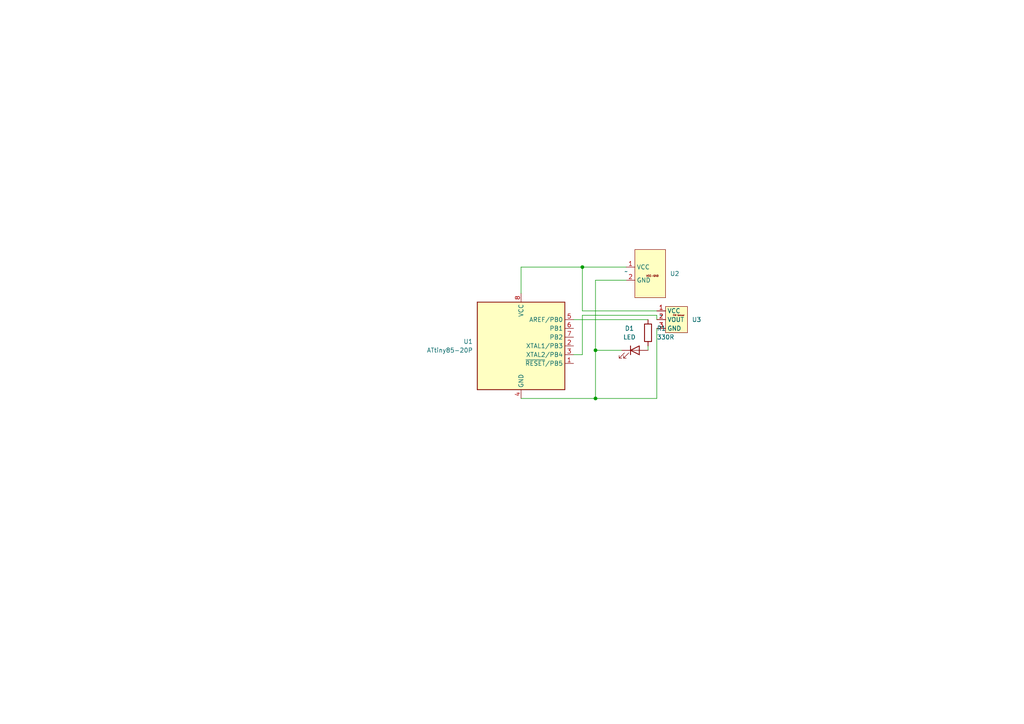
<source format=kicad_sch>
(kicad_sch (version 20230121) (generator eeschema)
  (paper "A4")
  (lib_symbols
    (symbol "Custom_Symbol_Lib:PIR_Sensor"
      (property "Reference" "U" (at -10.16 -1.27 0))
      (symbol "PIR_Sensor_1_1"
        (rectangle (start 1.27 2.54) (end 7.62 -5.08) (fill (type background)))
        (text "PIR Sensor" (at 5.08 0 0) (effects (font (size 0.4 0.4))))
        (pin power_in line (at -1.27 1.27 0) (length 2.54) (name "VCC") (number "1"))
        (pin output line (at -1.27 -1.27 0) (length 2.54) (name "VOUT") (number "2"))
        (pin power_out line (at -1.27 -3.81 0) (length 2.54) (name "GND") (number "3"))
      )
    )
    (symbol "Custom_Symbol_Lib:Power-Source"
      (property "Reference" "U" (at 0 0 0))
      (symbol "Power-Source_1_1"
        (rectangle (start 2.54 6.35) (end 11.43 -7.62) (fill (type background)))
        (text "VCC-GND" (at 7.62 -1.27 0) (effects (font (size 0.5 0.5))))
        (pin power_in line (at 0 1.27 0) (length 2.54) (name "VCC") (number "1"))
        (pin power_out line (at 0 -2.54 0) (length 2.54) (name "GND") (number "2"))
      )
    )
    (symbol "Device:LED" (pin_numbers hide) (pin_names (offset 1.016) hide)
      (property "Reference" "D" (at 0 2.54 0))
      (property "Value" "LED" (at 0 -2.54 0))
      (symbol "LED_0_1"
        (polyline (pts (xy -1.27 -1.27) (xy -1.27 1.27)) (stroke (width 0.254)))
        (polyline (pts (xy -1.27 0) (xy 1.27 0)))
        (polyline (pts (xy 1.27 -1.27) (xy 1.27 1.27) (xy -1.27 0) (xy 1.27 -1.27)) (stroke (width 0.254)))
        (polyline (pts (xy -3.048 -0.762) (xy -4.572 -2.286) (xy -3.81 -2.286) (xy -4.572 -2.286) (xy -4.572 -1.524)))
        (polyline (pts (xy -1.778 -0.762) (xy -3.302 -2.286) (xy -2.54 -2.286) (xy -3.302 -2.286) (xy -3.302 -1.524)))
      )
      (symbol "LED_1_1"
        (pin passive line (at -3.81 0 0) (length 2.54) (name "K") (number "1"))
        (pin passive line (at 3.81 0 180) (length 2.54) (name "A") (number "2"))
      )
    )
    (symbol "Device:R" (pin_numbers hide) (pin_names (offset 0))
      (property "Reference" "R" (at 2.032 0 90))
      (property "Value" "R" (at 0 0 90))
      (symbol "R_0_1"
        (rectangle (start -1.016 -2.54) (end 1.016 2.54) (stroke (width 0.254)))
      )
      (symbol "R_1_1"
        (pin passive line (at 0 3.81 270) (length 1.27) (name "~") (number "1"))
        (pin passive line (at 0 -3.81 90) (length 1.27) (name "~") (number "2"))
      )
    )
    (symbol "MCU_Microchip_ATtiny:ATtiny85-20P"
      (property "Reference" "U" (at -12.7 13.97 0))
      (property "Value" "ATtiny85-20P" (at 2.54 -13.97 0))
      (symbol "ATtiny85-20P_0_1"
        (rectangle (start -12.7 -12.7) (end 12.7 12.7) (stroke (width 0.254)) (fill (type background)))
      )
      (symbol "ATtiny85-20P_1_1"
        (pin bidirectional line (at 15.24 -5.08 180) (length 2.54) (name "~{RESET}/PB5") (number "1"))
        (pin bidirectional line (at 15.24 0 180) (length 2.54) (name "XTAL1/PB3") (number "2"))
        (pin bidirectional line (at 15.24 -2.54 180) (length 2.54) (name "XTAL2/PB4") (number "3"))
        (pin power_in line (at 0 -15.24 90) (length 2.54) (name "GND") (number "4"))
        (pin bidirectional line (at 15.24 7.62 180) (length 2.54) (name "AREF/PB0") (number "5"))
        (pin bidirectional line (at 15.24 5.08 180) (length 2.54) (name "PB1") (number "6"))
        (pin bidirectional line (at 15.24 2.54 180) (length 2.54) (name "PB2") (number "7"))
        (pin power_in line (at 0 15.24 270) (length 2.54) (name "VCC") (number "8"))
      )
    )
  )
  (junction (at 168.91 77.47))
  (junction (at 172.72 115.57))
  (junction (at 172.72 101.6))
  (wire (pts (xy 187.96 100.33) (xy 187.96 101.6)))
  (wire (pts (xy 168.91 90.17) (xy 168.91 77.47)))
  (wire (pts (xy 172.72 115.57) (xy 190.5 115.57)))
  (wire (pts (xy 190.5 90.17) (xy 168.91 90.17)))
  (wire (pts (xy 168.91 91.44) (xy 168.91 102.87)))
  (wire (pts (xy 172.72 101.6) (xy 180.34 101.6)))
  (wire (pts (xy 187.96 92.71) (xy 166.37 92.71)))
  (wire (pts (xy 172.72 81.28) (xy 172.72 101.6)))
  (wire (pts (xy 168.91 77.47) (xy 151.13 77.47)))
  (wire (pts (xy 181.61 77.47) (xy 168.91 77.47)))
  (wire (pts (xy 168.91 102.87) (xy 166.37 102.87)))
  (wire (pts (xy 190.5 91.44) (xy 168.91 91.44)))
  (wire (pts (xy 172.72 101.6) (xy 172.72 115.57)))
  (wire (pts (xy 181.61 81.28) (xy 172.72 81.28)))
  (wire (pts (xy 151.13 77.47) (xy 151.13 85.09)))
  (wire (pts (xy 190.5 95.25) (xy 190.5 115.57)))
  (wire (pts (xy 151.13 115.57) (xy 172.72 115.57)))
  (wire (pts (xy 190.5 92.71) (xy 190.5 91.44)))
  (symbol (lib_id "Custom_Symbol_Lib:PIR_Sensor") (at 191.77 91.44 0) (unit 1)
    (property "Reference" "U3" (at 200.66 92.71 0) (effects (justify left)))
    (property "Value" "~" (at 191.77 91.44 0))
    (property "Footprint" "Connector_PinHeader_2.54mm:PinHeader_1x03_P2.54mm_Vertical" (effects hide))
  )
  (symbol (lib_id "Device:R") (at 187.96 96.52 0) (unit 1)
    (property "Reference" "R1" (at 190.5 95.25 0) (effects (justify left)))
    (property "Value" "330R" (at 190.5 97.79 0) (effects (justify left)))
    (property "Footprint" "Custom_FP_Lib:Through-Hole Resistor" (effects hide))
  )
  (symbol (lib_id "MCU_Microchip_ATtiny:ATtiny85-20P") (at 151.13 100.33 0) (unit 1)
    (property "Reference" "U1" (at 137.16 99.06 0) (effects (justify right)))
    (property "Value" "ATtiny85-20P" (at 137.16 101.6 0) (effects (justify right)))
    (property "Footprint" "Package_DIP:DIP-8_W7.62mm" (effects hide))
    (property "Datasheet" "http://ww1.microchip.com/downloads/en/DeviceDoc/atmel-2586-avr-8-bit-microcontroller-attiny25-attiny45-attiny85_datasheet.pdf" (effects hide))
  )
  (symbol (lib_id "Device:LED") (at 184.15 101.6 0) (unit 1)
    (property "Reference" "D1" (at 182.5625 95.25 0))
    (property "Value" "LED" (at 182.5625 97.79 0))
    (property "Footprint" "LED_THT:LED_D4.0mm" (effects hide))
  )
  (symbol (lib_id "Custom_Symbol_Lib:Power-Source") (at 181.61 78.74 0) (unit 1)
    (property "Reference" "U2" (at 194.31 79.375 0) (effects (justify left)))
    (property "Value" "~" (at 181.61 78.74 0))
    (property "Footprint" "Custom_FP_Lib:Power-Source" (effects hide))
  )
)
</source>
